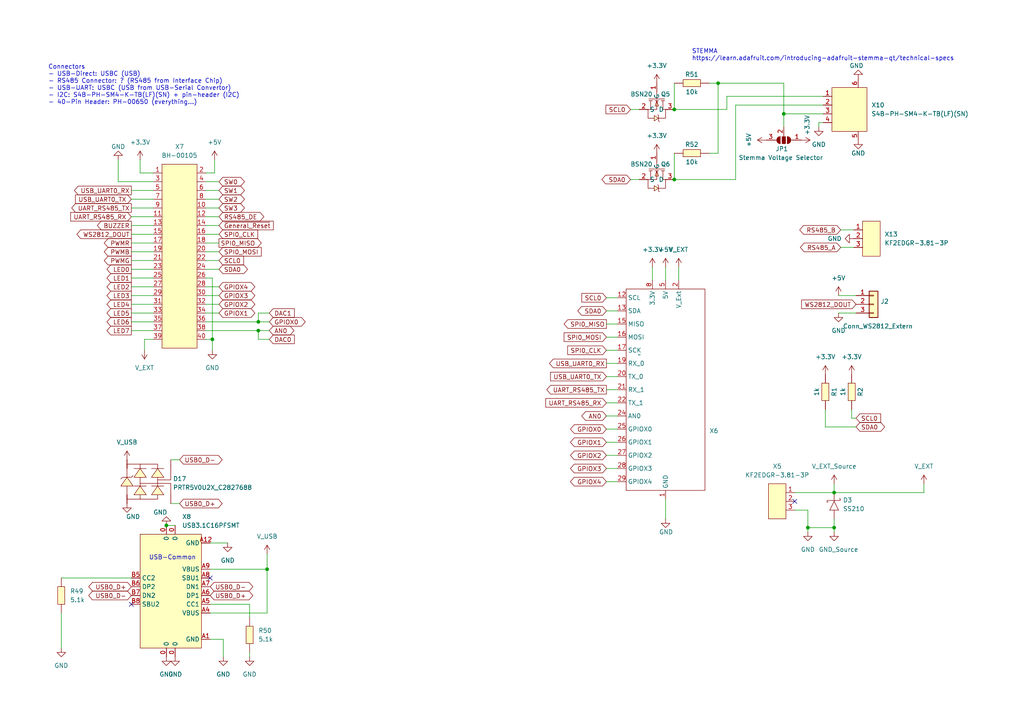
<source format=kicad_sch>
(kicad_sch (version 20230121) (generator eeschema)
  (paper "A4")
  (title_block (title "EduboardV2 Baseboard") (date "2022-06-05") (rev "1") (company "Juventus Technikerschule"))
  (lib_symbols
    (symbol "0402WGF100JTCE_10" (pin_numbers hide) (pin_names hide)
      (property "Reference" "R?" (at 0 5.08 0))
      (property "Value" "0402WGF100JTCE_10" (at 0 -5.08 0))
      (symbol "0402WGF100JTCE_10_0_1"
        (rectangle (start -2.54 1.02) (end 2.54 -1.02) (fill (type background)))
        (pin passive line (at -5.08 0 0) (length 2.54) (name "1") (number "1"))
        (pin passive line (at 5.08 0 180) (length 2.54) (name "2") (number "2"))
      )
    )
    (symbol "0402WGF5101TCE_1" (pin_numbers hide) (pin_names hide)
      (property "Reference" "R?" (at 0 5.08 0))
      (property "Value" "0402WGF5101TCE_1" (at 0 -5.08 0))
      (symbol "0402WGF5101TCE_1_0_1"
        (rectangle (start -2.54 1.02) (end 2.54 -1.02) (fill (type background)))
        (pin passive line (at -5.08 0 0) (length 2.54) (name "1") (number "1"))
        (pin passive line (at 5.08 0 180) (length 2.54) (name "2") (number "2"))
      )
    )
    (symbol "Connector_Generic:Conn_01x03" (pin_names (offset 1.016) hide)
      (property "Reference" "J" (at 0 5.08 0))
      (property "Value" "Conn_01x03" (at 0 -5.08 0))
      (symbol "Conn_01x03_1_1"
        (rectangle (start -1.27 -2.413) (end 0 -2.667) (stroke (width 0.1524)))
        (rectangle (start -1.27 0.127) (end 0 -0.127) (stroke (width 0.1524)))
        (rectangle (start -1.27 2.667) (end 0 2.413) (stroke (width 0.1524)))
        (rectangle (start -1.27 3.81) (end 1.27 -3.81) (stroke (width 0.254)) (fill (type background)))
        (pin passive line (at -5.08 2.54 0) (length 3.81) (name "Pin_1") (number "1"))
        (pin passive line (at -5.08 0 0) (length 3.81) (name "Pin_2") (number "2"))
        (pin passive line (at -5.08 -2.54 0) (length 3.81) (name "Pin_3") (number "3"))
      )
    )
    (symbol "EduboardV2_kicadlib:BSN20"
      (property "Reference" "Q?" (at 0 10.16 0))
      (property "Value" "BSN20" (at 0 -10.16 0))
      (symbol "BSN20_0_1"
        (polyline (pts (xy -2.54 0) (xy -0.508 0)))
        (polyline (pts (xy -0.508 2.286) (xy -0.508 -2.286)))
        (polyline (pts (xy 0 -2.286) (xy 0 -1.27)))
        (polyline (pts (xy 0 -0.508) (xy 0 0.508)))
        (polyline (pts (xy 0 2.286) (xy 0 1.27)))
        (polyline (pts (xy 2.54 -1.778) (xy 0 -1.778)))
        (polyline (pts (xy 0 0) (xy 1.524 0.508) (xy 1.524 -0.508) (xy 0 0)) (fill (type background)))
        (polyline (pts (xy 4.064 0.254) (xy 4.318 0.508) (xy 5.842 0.508) (xy 6.096 0.762)))
        (polyline (pts (xy 5.08 0.508) (xy 5.842 -0.762) (xy 4.318 -0.762) (xy 5.08 0.508)) (fill (type background)))
        (polyline (pts (xy 0 0) (xy 2.54 0) (xy 2.54 -2.54) (xy 5.08 -2.54) (xy 5.08 -0.762)))
        (polyline (pts (xy 0 1.778) (xy 2.54 1.778) (xy 2.54 2.54) (xy 5.08 2.54) (xy 5.08 0.508)))
        (pin unspecified line (at -5.08 0 0) (length 2.54) (name "G") (number "1"))
        (pin unspecified line (at 2.54 -5.08 90) (length 2.54) (name "S") (number "2"))
        (pin unspecified line (at 2.54 5.08 270) (length 2.54) (name "D") (number "3"))
      )
    )
    (symbol "EduboardV2_kicadlib:protoboard_patch"
      (property "Reference" "X" (at -2.54 20.32 0))
      (symbol "protoboard_patch_0_1"
        (rectangle (start -3.81 19.05) (end 19.05 -39.37))
      )
      (symbol "protoboard_patch_1_1"
        (pin power_in line (at 7.62 -41.91 90) (length 2.54) (name "GND") (number "1"))
        (pin power_in line (at 7.62 -41.91 90) (length 2.54) hide (name "GND") (number "10"))
        (pin power_in line (at 7.62 -41.91 90) (length 2.54) hide (name "GND") (number "11"))
        (pin input line (at -6.35 16.51 0) (length 2.54) (name "SCL") (number "12"))
        (pin input line (at -6.35 12.7 0) (length 2.54) (name "SDA") (number "13"))
        (pin power_in line (at 7.62 -41.91 90) (length 2.54) hide (name "GND") (number "14"))
        (pin input line (at -6.35 8.89 0) (length 2.54) (name "MISO") (number "15"))
        (pin input line (at -6.35 5.08 0) (length 2.54) (name "MOSI") (number "16"))
        (pin input line (at -6.35 1.27 0) (length 2.54) (name "SCK") (number "17"))
        (pin power_in line (at 7.62 -41.91 90) (length 2.54) hide (name "GND") (number "18"))
        (pin input line (at -6.35 -2.54 0) (length 2.54) (name "RX_0") (number "19"))
        (pin power_in line (at 11.43 21.59 270) (length 2.54) (name "V_Ext") (number "2"))
        (pin input line (at -6.35 -6.35 0) (length 2.54) (name "TX_0") (number "20"))
        (pin input line (at -6.35 -10.16 0) (length 2.54) (name "RX_1") (number "21"))
        (pin input line (at -6.35 -13.97 0) (length 2.54) (name "TX_1") (number "22"))
        (pin power_in line (at 7.62 -41.91 90) (length 2.54) hide (name "GND") (number "23"))
        (pin input line (at -6.35 -17.78 0) (length 2.54) (name "AN0") (number "24"))
        (pin input line (at -6.35 -21.59 0) (length 2.54) (name "GPIOX0") (number "25"))
        (pin input line (at -6.35 -25.4 0) (length 2.54) (name "GPIOX1") (number "26"))
        (pin input line (at -6.35 -29.21 0) (length 2.54) (name "GPIOX2") (number "27"))
        (pin input line (at -6.35 -33.02 0) (length 2.54) (name "GPIOX3") (number "28"))
        (pin input line (at -6.35 -36.83 0) (length 2.54) (name "GPIOX4") (number "29"))
        (pin power_in line (at 11.43 21.59 270) (length 2.54) hide (name "V_Ext") (number "3"))
        (pin power_in line (at 7.62 -41.91 90) (length 2.54) hide (name "GND") (number "30"))
        (pin power_in line (at 7.62 -41.91 90) (length 2.54) hide (name "GND") (number "31"))
        (pin power_in line (at 3.81 21.59 270) (length 2.54) hide (name "3.3V") (number "32"))
        (pin power_in line (at 3.81 21.59 270) (length 2.54) hide (name "3.3V") (number "33"))
        (pin power_in line (at 7.62 -41.91 90) (length 2.54) hide (name "GND") (number "34"))
        (pin power_in line (at 7.62 21.59 270) (length 2.54) hide (name "5V") (number "35"))
        (pin power_in line (at 7.62 21.59 270) (length 2.54) hide (name "5V") (number "36"))
        (pin power_in line (at 7.62 -41.91 90) (length 2.54) hide (name "GND") (number "37"))
        (pin power_in line (at 11.43 21.59 270) (length 2.54) hide (name "V_Ext") (number "38"))
        (pin power_in line (at 11.43 21.59 270) (length 2.54) hide (name "V_Ext") (number "39"))
        (pin power_in line (at 7.62 -41.91 90) (length 2.54) hide (name "GND") (number "4"))
        (pin power_in line (at 7.62 -41.91 90) (length 2.54) hide (name "GND") (number "40"))
        (pin power_in line (at 7.62 -41.91 90) (length 2.54) hide (name "GND") (number "41"))
        (pin power_in line (at 7.62 -41.91 90) (length 2.54) hide (name "GND") (number "42"))
        (pin power_in line (at 7.62 -41.91 90) (length 2.54) hide (name "GND") (number "43"))
        (pin power_in line (at 7.62 -41.91 90) (length 2.54) hide (name "GND") (number "44"))
        (pin power_in line (at 7.62 -41.91 90) (length 2.54) hide (name "GND") (number "45"))
        (pin power_in line (at 7.62 -41.91 90) (length 2.54) hide (name "GND") (number "46"))
        (pin power_in line (at 7.62 21.59 270) (length 2.54) (name "5V") (number "5"))
        (pin power_in line (at 7.62 21.59 270) (length 2.54) hide (name "5V") (number "6"))
        (pin power_in line (at 7.62 -41.91 90) (length 2.54) hide (name "GND") (number "7"))
        (pin power_in line (at 3.81 21.59 270) (length 2.54) (name "3.3V") (number "8"))
        (pin power_in line (at 3.81 21.59 270) (length 2.54) hide (name "3.3V") (number "9"))
      )
    )
    (symbol "Jumper:SolderJumper_3_Open" (pin_names (offset 0) hide)
      (property "Reference" "JP" (at -2.54 -2.54 0))
      (property "Value" "SolderJumper_3_Open" (at 0 2.794 0))
      (symbol "SolderJumper_3_Open_0_1"
        (arc (start -1.016 1.016) (mid -2.0276 0) (end -1.016 -1.016))
        (arc (start -1.016 1.016) (mid -2.0276 0) (end -1.016 -1.016) (fill (type outline)))
        (rectangle (start -0.508 1.016) (end 0.508 -1.016) (fill (type outline)))
        (polyline (pts (xy -2.54 0) (xy -2.032 0)))
        (polyline (pts (xy -1.016 1.016) (xy -1.016 -1.016)))
        (polyline (pts (xy 0 -1.27) (xy 0 -1.016)))
        (polyline (pts (xy 1.016 1.016) (xy 1.016 -1.016)))
        (polyline (pts (xy 2.54 0) (xy 2.032 0)))
        (arc (start 1.016 -1.016) (mid 2.0276 0) (end 1.016 1.016))
        (arc (start 1.016 -1.016) (mid 2.0276 0) (end 1.016 1.016) (fill (type outline)))
      )
      (symbol "SolderJumper_3_Open_1_1"
        (pin passive line (at -5.08 0 0) (length 2.54) (name "A") (number "1"))
        (pin passive line (at 0 -3.81 90) (length 2.54) (name "C") (number "2"))
        (pin passive line (at 5.08 0 180) (length 2.54) (name "B") (number "3"))
      )
    )
    (symbol "SS210_3" (pin_numbers hide) (pin_names hide)
      (property "Reference" "D?" (at 0 5.08 0))
      (property "Value" "SS210_3" (at 0 -5.08 0))
      (symbol "SS210_3_0_1"
        (polyline (pts (xy 1.27 1.27) (xy 1.27 -1.27)))
        (polyline (pts (xy 1.27 1.27) (xy -1.27 0) (xy 1.27 -1.27)))
        (polyline (pts (xy -2.032 1.524) (xy -2.032 1.778) (xy -1.524 1.778) (xy -1.524 -2.032) (xy -1.016 -2.032) (xy -1.016 -1.778)))
        (pin passive line (at -3.81 0 0) (length 2.54) (name "K") (number "1"))
        (pin passive line (at 3.81 0 180) (length 2.54) (name "A") (number "2"))
      )
    )
    (symbol "V_EXT_1" (power) (pin_names (offset 0))
      (property "Value" "V_EXT_1" (at 0 5.08 0))
      (symbol "V_EXT_1_0_1"
        (polyline (pts (xy -0.762 1.27) (xy 0 2.54)))
        (polyline (pts (xy 0 0) (xy 0 2.54)))
        (polyline (pts (xy 0 2.54) (xy 0.762 1.27)))
      )
      (symbol "V_EXT_1_1_1"
        (pin power_in line (at 0 0 90) (length 0) hide (name "V_EXT") (number "1"))
      )
    )
    (symbol "eduboardv2:+3.3V" (power) (pin_names (offset 0))
      (property "Value" "+3.3V" (at 0 5.08 0))
      (symbol "+3.3V_0_1"
        (polyline (pts (xy -0.762 1.27) (xy 0 2.54)))
        (polyline (pts (xy 0 0) (xy 0 2.54)))
        (polyline (pts (xy 0 2.54) (xy 0.762 1.27)))
      )
      (symbol "+3.3V_1_1"
        (pin power_in line (at 0 0 90) (length 0) hide (name "+3.3V") (number "1"))
      )
    )
    (symbol "eduboardv2:+5V" (power) (pin_names (offset 0))
      (property "Value" "+5V" (at 0 5.08 0))
      (symbol "+5V_0_1"
        (polyline (pts (xy -0.762 1.27) (xy 0 2.54)))
        (polyline (pts (xy 0 0) (xy 0 2.54)))
        (polyline (pts (xy 0 2.54) (xy 0.762 1.27)))
      )
      (symbol "+5V_1_1"
        (pin power_in line (at 0 0 90) (length 0) hide (name "+5V") (number "1"))
      )
    )
    (symbol "eduboardv2:0402WGF5101TCE" (pin_numbers hide) (pin_names hide)
      (property "Reference" "R?" (at 0 5.08 0))
      (property "Value" "0402WGF5101TCE" (at 0 -5.08 0))
      (symbol "0402WGF5101TCE_0_1"
        (rectangle (start -2.54 1.02) (end 2.54 -1.02) (fill (type background)))
        (pin passive line (at -5.08 0 0) (length 2.54) (name "1") (number "1"))
        (pin passive line (at 5.08 0 180) (length 2.54) (name "2") (number "2"))
      )
    )
    (symbol "eduboardv2:BH-00105" (pin_names hide)
      (property "Reference" "X?" (at 0 25.4 0))
      (property "Value" "BH-00105" (at 0 -33.02 0))
      (symbol "BH-00105_0_1"
        (rectangle (start -5.08 22.86) (end 5.08 -30.48) (fill (type background)))
        (pin passive line (at -7.62 20.32 0) (length 2.54) (name "1") (number "1"))
        (pin passive line (at 7.62 10.16 180) (length 2.54) (name "10") (number "10"))
        (pin passive line (at -7.62 7.62 0) (length 2.54) (name "11") (number "11"))
        (pin passive line (at 7.62 7.62 180) (length 2.54) (name "12") (number "12"))
        (pin passive line (at -7.62 5.08 0) (length 2.54) (name "13") (number "13"))
        (pin passive line (at 7.62 5.08 180) (length 2.54) (name "14") (number "14"))
        (pin passive line (at -7.62 2.54 0) (length 2.54) (name "15") (number "15"))
        (pin passive line (at 7.62 2.54 180) (length 2.54) (name "16") (number "16"))
        (pin passive line (at -7.62 0 0) (length 2.54) (name "17") (number "17"))
        (pin passive line (at 7.62 0 180) (length 2.54) (name "18") (number "18"))
        (pin passive line (at -7.62 -2.54 0) (length 2.54) (name "19") (number "19"))
        (pin passive line (at 7.62 20.32 180) (length 2.54) (name "2") (number "2"))
        (pin passive line (at 7.62 -2.54 180) (length 2.54) (name "20") (number "20"))
        (pin passive line (at -7.62 -5.08 0) (length 2.54) (name "21") (number "21"))
        (pin passive line (at 7.62 -5.08 180) (length 2.54) (name "22") (number "22"))
        (pin passive line (at -7.62 -7.62 0) (length 2.54) (name "23") (number "23"))
        (pin passive line (at 7.62 -7.62 180) (length 2.54) (name "24") (number "24"))
        (pin passive line (at -7.62 -10.16 0) (length 2.54) (name "25") (number "25"))
        (pin passive line (at 7.62 -10.16 180) (length 2.54) (name "26") (number "26"))
        (pin passive line (at -7.62 -12.7 0) (length 2.54) (name "27") (number "27"))
        (pin passive line (at 7.62 -12.7 180) (length 2.54) (name "28") (number "28"))
        (pin passive line (at -7.62 -15.24 0) (length 2.54) (name "29") (number "29"))
        (pin passive line (at -7.62 17.78 0) (length 2.54) (name "3") (number "3"))
        (pin passive line (at 7.62 -15.24 180) (length 2.54) (name "30") (number "30"))
        (pin passive line (at -7.62 -17.78 0) (length 2.54) (name "31") (number "31"))
        (pin passive line (at 7.62 -17.78 180) (length 2.54) (name "32") (number "32"))
        (pin passive line (at -7.62 -20.32 0) (length 2.54) (name "33") (number "33"))
        (pin passive line (at 7.62 -20.32 180) (length 2.54) (name "34") (number "34"))
        (pin passive line (at -7.62 -22.86 0) (length 2.54) (name "35") (number "35"))
        (pin passive line (at 7.62 -22.86 180) (length 2.54) (name "36") (number "36"))
        (pin passive line (at -7.62 -25.4 0) (length 2.54) (name "37") (number "37"))
        (pin passive line (at 7.62 -25.4 180) (length 2.54) (name "38") (number "38"))
        (pin passive line (at -7.62 -27.94 0) (length 2.54) (name "39") (number "39"))
        (pin passive line (at 7.62 17.78 180) (length 2.54) (name "4") (number "4"))
        (pin passive line (at 7.62 -27.94 180) (length 2.54) (name "40") (number "40"))
        (pin passive line (at -7.62 15.24 0) (length 2.54) (name "5") (number "5"))
        (pin passive line (at 7.62 15.24 180) (length 2.54) (name "6") (number "6"))
        (pin passive line (at -7.62 12.7 0) (length 2.54) (name "7") (number "7"))
        (pin passive line (at 7.62 12.7 180) (length 2.54) (name "8") (number "8"))
        (pin passive line (at -7.62 10.16 0) (length 2.54) (name "9") (number "9"))
      )
    )
    (symbol "eduboardv2:GND" (power) (pin_names (offset 0))
      (property "Value" "GND" (at 0 -5.08 0))
      (symbol "GND_0_1"
        (polyline (pts (xy 0 0) (xy 0 -1.27) (xy 1.27 -1.27) (xy 0 -2.54) (xy -1.27 -1.27) (xy 0 -1.27)))
      )
      (symbol "GND_1_1"
        (pin power_in line (at 0 0 270) (length 0) hide (name "GND") (number "1"))
      )
    )
    (symbol "eduboardv2:GND_Source" (power) (pin_names (offset 0))
      (property "Value" "GND_Source" (at 0 -5.08 0))
      (symbol "GND_Source_0_1"
        (polyline (pts (xy 0 0) (xy 0 -1.27) (xy 1.27 -1.27) (xy 0 -2.54) (xy -1.27 -1.27) (xy 0 -1.27)))
      )
      (symbol "GND_Source_1_1"
        (pin power_out line (at 0 0 270) (length 0) hide (name "GND") (number "1"))
      )
    )
    (symbol "eduboardv2:KF2EDGR-3.81-3P" (pin_names hide)
      (property "Reference" "CN?" (at 0 7.62 0))
      (property "Value" "KF2EDGR-3.81-3P" (at 0 -7.62 0))
      (symbol "KF2EDGR-3.81-3P_0_1"
        (rectangle (start -2.54 5.08) (end 2.54 -5.08) (fill (type background)))
        (pin passive line (at -5.08 2.54 0) (length 2.54) (name "1") (number "1"))
        (pin passive line (at -5.08 0 0) (length 2.54) (name "2") (number "2"))
        (pin passive line (at -5.08 -2.54 0) (length 2.54) (name "3") (number "3"))
      )
    )
    (symbol "eduboardv2:PRTR5V0U2X_C2827688" (pin_numbers hide) (pin_names hide)
      (property "Reference" "D?" (at 0 12.7 0))
      (property "Value" "PRTR5V0U2X_C2827688" (at 0 -10.16 0))
      (symbol "PRTR5V0U2X_C2827688_0_1"
        (polyline (pts (xy -1.27 0) (xy -1.27 2.54)))
        (polyline (pts (xy 0.508 0) (xy -3.048 0)))
        (polyline (pts (xy 0.508 5.08) (xy -3.048 5.08)))
        (polyline (pts (xy 3.81 0) (xy 3.81 2.54)))
        (polyline (pts (xy 5.588 0) (xy 2.032 0)))
        (polyline (pts (xy 5.588 5.08) (xy 2.032 5.08)))
        (polyline (pts (xy -1.27 -3.81) (xy 3.81 -3.81) (xy 3.81 -2.54)))
        (polyline (pts (xy -1.27 0.762) (xy 7.62 0.762) (xy 7.62 -3.81)))
        (polyline (pts (xy -1.27 6.35) (xy -5.08 6.35) (xy -5.08 2.54)))
        (polyline (pts (xy 3.81 1.778) (xy 7.62 1.778) (xy 7.62 6.35)))
        (polyline (pts (xy -5.08 0) (xy -5.08 -3.81) (xy -1.27 -3.81) (xy -1.27 -2.54)))
        (polyline (pts (xy -3.302 0) (xy -5.08 2.54) (xy -6.858 0) (xy -3.302 0)) (fill (type background)))
        (polyline (pts (xy -3.302 3.048) (xy -3.81 2.54) (xy -6.35 2.54) (xy -6.858 2.032)))
        (polyline (pts (xy 0.508 -2.54) (xy -1.27 0) (xy -3.048 -2.54) (xy 0.508 -2.54)) (fill (type background)))
        (polyline (pts (xy 0.508 2.54) (xy -1.27 5.08) (xy -3.048 2.54) (xy 0.508 2.54)) (fill (type background)))
        (polyline (pts (xy 3.81 5.08) (xy 3.81 6.35) (xy -1.27 6.35) (xy -1.27 5.08)))
        (polyline (pts (xy 5.588 -2.54) (xy 3.81 0) (xy 2.032 -2.54) (xy 5.588 -2.54)) (fill (type background)))
        (polyline (pts (xy 5.588 2.54) (xy 3.81 5.08) (xy 2.032 2.54) (xy 5.588 2.54)) (fill (type background)))
        (pin passive line (at -5.08 -5.08 90) (length 2.54) (name "1") (number "1"))
        (pin passive line (at 7.62 -5.08 90) (length 2.54) (name "2") (number "2"))
        (pin passive line (at 7.62 7.62 270) (length 2.54) (name "3") (number "3"))
        (pin passive line (at -5.08 7.62 270) (length 2.54) (name "4") (number "4"))
      )
    )
    (symbol "eduboardv2:S4B-PH-SM4-K-TB(LF)(SN)" (pin_names hide)
      (property "Reference" "U?" (at 0 12.7 0))
      (property "Value" "S4B-PH-SM4-K-TB(LF)(SN)" (at 0 -15.24 0))
      (symbol "S4B-PH-SM4-K-TB(LF)(SN)_0_1"
        (rectangle (start -2.54 5.08) (end 7.62 -7.62) (fill (type background)))
        (pin passive line (at -5.08 2.54 0) (length 2.54) (name "1") (number "1"))
        (pin passive line (at -5.08 0 0) (length 2.54) (name "2") (number "2"))
        (pin passive line (at -5.08 -2.54 0) (length 2.54) (name "3") (number "3"))
        (pin passive line (at -5.08 -5.08 0) (length 2.54) (name "4") (number "4"))
        (pin passive line (at 5.08 -10.16 90) (length 2.54) (name "5") (number "5"))
        (pin passive line (at 5.08 7.62 270) (length 2.54) (name "6") (number "6"))
      )
    )
    (symbol "eduboardv2:USB3.1C16PFSMT"
      (property "Reference" "USBC?" (at 0 24.13 0))
      (property "Value" "USB3.1C16PFSMT" (at 0 -24.13 0))
      (symbol "USB3.1C16PFSMT_0_1"
        (rectangle (start -8.89 16.51) (end 8.89 -16.51) (fill (type background)))
        (pin passive line (at -1.27 -19.05 90) (length 2.54) (name "0") (number "0"))
        (pin passive line (at -1.27 19.05 270) (length 2.54) (name "0") (number "0"))
        (pin passive line (at 1.27 -19.05 90) (length 2.54) (name "0") (number "0"))
        (pin passive line (at 1.27 19.05 270) (length 2.54) (name "0") (number "0"))
        (pin passive line (at 11.43 -13.97 180) (length 2.54) (name "GND") (number "A1"))
        (pin passive line (at 11.43 13.97 180) (length 2.54) (name "GND") (number "A12"))
        (pin passive line (at 11.43 -6.35 180) (length 2.54) (name "VBUS") (number "A4"))
        (pin passive line (at 11.43 -3.81 180) (length 2.54) (name "CC1") (number "A5"))
        (pin passive line (at 11.43 -1.27 180) (length 2.54) (name "DP1") (number "A6"))
        (pin passive line (at 11.43 1.27 180) (length 2.54) (name "DN1") (number "A7"))
        (pin passive line (at 11.43 3.81 180) (length 2.54) (name "SBU1") (number "A8"))
        (pin passive line (at 11.43 6.35 180) (length 2.54) (name "VBUS") (number "A9"))
        (pin passive line (at -11.43 3.81 0) (length 2.54) (name "CC2") (number "B5"))
        (pin passive line (at -11.43 1.27 0) (length 2.54) (name "DP2") (number "B6"))
        (pin passive line (at -11.43 -1.27 0) (length 2.54) (name "DN2") (number "B7"))
        (pin passive line (at -11.43 -3.81 0) (length 2.54) (name "SBU2") (number "B8"))
      )
    )
    (symbol "eduboardv2:V_EXT_Source" (power) (pin_names (offset 0))
      (property "Value" "V_EXT_Source" (at 0 5.08 0))
      (symbol "V_EXT_Source_0_1"
        (polyline (pts (xy -0.762 1.27) (xy 0 2.54)))
        (polyline (pts (xy 0 0) (xy 0 2.54)))
        (polyline (pts (xy 0 2.54) (xy 0.762 1.27)))
      )
      (symbol "V_EXT_Source_1_1"
        (pin power_out line (at 0 0 90) (length 0) hide (name "V_EXT") (number "1"))
      )
    )
    (symbol "eduboardv2:V_USB" (power) (pin_names (offset 0))
      (property "Value" "V_USB" (at 0 5.08 0))
      (symbol "V_USB_0_1"
        (polyline (pts (xy -0.762 1.27) (xy 0 2.54)))
        (polyline (pts (xy 0 0) (xy 0 2.54)))
        (polyline (pts (xy 0 2.54) (xy 0.762 1.27)))
      )
      (symbol "V_USB_1_1"
        (pin power_in line (at 0 0 90) (length 0) hide (name "V_USB") (number "1"))
      )
    )
  )
  (junction (at 241.935 142.875))
  (junction (at 74.93 93.345))
  (junction (at 77.47 165.1))
  (junction (at 195.58 31.75))
  (junction (at 227.33 33.02))
  (junction (at 48.26 152.4))
  (junction (at 234.315 153.035))
  (junction (at 74.93 95.885))
  (junction (at 61.595 98.425))
  (junction (at 241.935 153.035))
  (junction (at 195.58 52.07))
  (junction (at 208.28 24.13))
  (no_connect (at 38.1 175.26))
  (no_connect (at 230.505 145.415))
  (no_connect (at 60.96 167.64))
  (wire (pts (xy 77.47 160.655) (xy 77.47 165.1)))
  (wire (pts (xy 267.97 140.335) (xy 267.97 142.875)))
  (wire (pts (xy 59.69 60.325) (xy 63.5 60.325)))
  (wire (pts (xy 60.96 165.1) (xy 77.47 165.1)))
  (wire (pts (xy 175.895 86.36) (xy 179.07 86.36)))
  (wire (pts (xy 247.015 121.285) (xy 248.285 121.285)))
  (wire (pts (xy 227.33 24.13) (xy 208.28 24.13)))
  (wire (pts (xy 59.69 83.185) (xy 63.5 83.185)))
  (wire (pts (xy 234.315 147.955) (xy 234.315 153.035)))
  (wire (pts (xy 208.28 24.13) (xy 205.74 24.13)))
  (wire (pts (xy 60.96 185.42) (xy 64.77 185.42)))
  (wire (pts (xy 227.33 36.83) (xy 227.33 33.02)))
  (wire (pts (xy 38.1 62.865) (xy 44.45 62.865)))
  (wire (pts (xy 59.69 98.425) (xy 61.595 98.425)))
  (wire (pts (xy 38.1 75.565) (xy 44.45 75.565)))
  (wire (pts (xy 40.64 50.165) (xy 44.45 50.165)))
  (wire (pts (xy 77.47 165.1) (xy 77.47 177.8)))
  (wire (pts (xy 78.105 98.425) (xy 74.93 98.425)))
  (wire (pts (xy 175.895 132.08) (xy 179.07 132.08)))
  (wire (pts (xy 210.82 27.94) (xy 210.82 31.75)))
  (wire (pts (xy 238.76 30.48) (xy 213.36 30.48)))
  (wire (pts (xy 238.76 27.94) (xy 210.82 27.94)))
  (wire (pts (xy 41.91 101.6) (xy 41.91 98.425)))
  (wire (pts (xy 247.65 71.755) (xy 243.84 71.755)))
  (wire (pts (xy 41.91 98.425) (xy 44.45 98.425)))
  (wire (pts (xy 175.895 97.79) (xy 179.07 97.79)))
  (wire (pts (xy 59.69 75.565) (xy 63.5 75.565)))
  (wire (pts (xy 175.895 128.27) (xy 179.07 128.27)))
  (wire (pts (xy 195.58 44.45) (xy 195.58 52.07)))
  (wire (pts (xy 208.28 44.45) (xy 205.74 44.45)))
  (wire (pts (xy 38.1 55.245) (xy 44.45 55.245)))
  (wire (pts (xy 193.04 77.47) (xy 193.04 81.28)))
  (wire (pts (xy 175.895 120.65) (xy 179.07 120.65)))
  (wire (pts (xy 77.47 177.8) (xy 60.96 177.8)))
  (wire (pts (xy 241.935 153.035) (xy 241.935 154.305)))
  (wire (pts (xy 227.33 33.02) (xy 238.76 33.02)))
  (wire (pts (xy 59.69 73.025) (xy 63.5 73.025)))
  (wire (pts (xy 74.93 93.345) (xy 78.105 93.345)))
  (wire (pts (xy 38.1 88.265) (xy 44.45 88.265)))
  (wire (pts (xy 17.78 167.64) (xy 38.1 167.64)))
  (wire (pts (xy 34.29 46.355) (xy 34.29 52.705)))
  (wire (pts (xy 74.93 98.425) (xy 74.93 95.885)))
  (wire (pts (xy 175.895 124.46) (xy 179.07 124.46)))
  (wire (pts (xy 239.395 118.745) (xy 239.395 123.825)))
  (wire (pts (xy 213.36 52.07) (xy 195.58 52.07)))
  (wire (pts (xy 38.1 70.485) (xy 44.45 70.485)))
  (wire (pts (xy 62.23 46.355) (xy 62.23 50.165)))
  (wire (pts (xy 59.69 55.245) (xy 63.5 55.245)))
  (wire (pts (xy 74.93 95.885) (xy 78.105 95.885)))
  (wire (pts (xy 59.69 52.705) (xy 63.5 52.705)))
  (wire (pts (xy 175.895 139.7) (xy 179.07 139.7)))
  (wire (pts (xy 38.1 67.945) (xy 44.45 67.945)))
  (wire (pts (xy 175.895 113.03) (xy 179.07 113.03)))
  (wire (pts (xy 60.96 175.26) (xy 72.39 175.26)))
  (wire (pts (xy 61.595 101.6) (xy 61.595 98.425)))
  (wire (pts (xy 175.895 101.6) (xy 179.07 101.6)))
  (wire (pts (xy 175.895 116.84) (xy 179.07 116.84)))
  (wire (pts (xy 72.39 175.26) (xy 72.39 179.07)))
  (wire (pts (xy 59.69 88.265) (xy 63.5 88.265)))
  (wire (pts (xy 38.1 60.325) (xy 44.45 60.325)))
  (wire (pts (xy 38.1 93.345) (xy 44.45 93.345)))
  (wire (pts (xy 234.315 153.035) (xy 234.315 154.305)))
  (wire (pts (xy 59.69 95.885) (xy 74.93 95.885)))
  (wire (pts (xy 210.82 31.75) (xy 195.58 31.75)))
  (wire (pts (xy 189.23 77.47) (xy 189.23 81.28)))
  (wire (pts (xy 237.49 35.56) (xy 238.76 35.56)))
  (wire (pts (xy 208.28 24.13) (xy 208.28 44.45)))
  (wire (pts (xy 74.93 90.805) (xy 74.93 93.345)))
  (wire (pts (xy 59.69 78.105) (xy 63.5 78.105)))
  (wire (pts (xy 59.69 80.645) (xy 61.595 80.645)))
  (wire (pts (xy 230.505 142.875) (xy 241.935 142.875)))
  (wire (pts (xy 49.53 133.35) (xy 52.07 133.35)))
  (wire (pts (xy 40.64 46.355) (xy 40.64 50.165)))
  (wire (pts (xy 195.58 24.13) (xy 195.58 31.75)))
  (wire (pts (xy 175.895 93.98) (xy 179.07 93.98)))
  (wire (pts (xy 48.26 152.4) (xy 50.8 152.4)))
  (wire (pts (xy 38.1 78.105) (xy 44.45 78.105)))
  (wire (pts (xy 64.77 185.42) (xy 64.77 190.5)))
  (wire (pts (xy 243.205 85.725) (xy 248.285 85.725)))
  (wire (pts (xy 59.69 67.945) (xy 63.5 67.945)))
  (wire (pts (xy 241.935 140.335) (xy 241.935 142.875)))
  (wire (pts (xy 213.36 30.48) (xy 213.36 52.07)))
  (wire (pts (xy 243.205 90.805) (xy 248.285 90.805)))
  (wire (pts (xy 34.29 52.705) (xy 44.45 52.705)))
  (wire (pts (xy 78.105 90.805) (xy 74.93 90.805)))
  (wire (pts (xy 175.895 109.22) (xy 179.07 109.22)))
  (wire (pts (xy 175.895 135.89) (xy 179.07 135.89)))
  (wire (pts (xy 182.88 31.75) (xy 185.42 31.75)))
  (wire (pts (xy 62.23 50.165) (xy 59.69 50.165)))
  (wire (pts (xy 59.69 62.865) (xy 63.5 62.865)))
  (wire (pts (xy 175.895 105.41) (xy 179.07 105.41)))
  (wire (pts (xy 49.53 146.05) (xy 52.07 146.05)))
  (wire (pts (xy 227.33 33.02) (xy 227.33 24.13)))
  (wire (pts (xy 59.69 90.805) (xy 63.5 90.805)))
  (wire (pts (xy 59.69 85.725) (xy 63.5 85.725)))
  (wire (pts (xy 59.69 93.345) (xy 74.93 93.345)))
  (wire (pts (xy 182.88 52.07) (xy 185.42 52.07)))
  (wire (pts (xy 239.395 123.825) (xy 248.285 123.825)))
  (wire (pts (xy 38.1 83.185) (xy 44.45 83.185)))
  (wire (pts (xy 241.935 153.035) (xy 234.315 153.035)))
  (wire (pts (xy 38.1 85.725) (xy 44.45 85.725)))
  (wire (pts (xy 38.1 95.885) (xy 44.45 95.885)))
  (wire (pts (xy 247.65 66.675) (xy 243.84 66.675)))
  (wire (pts (xy 72.39 189.23) (xy 72.39 190.5)))
  (wire (pts (xy 241.935 142.875) (xy 267.97 142.875)))
  (wire (pts (xy 61.595 80.645) (xy 61.595 98.425)))
  (wire (pts (xy 17.78 177.8) (xy 17.78 187.96)))
  (wire (pts (xy 241.935 150.495) (xy 241.935 153.035)))
  (wire (pts (xy 237.49 36.83) (xy 237.49 35.56)))
  (wire (pts (xy 230.505 147.955) (xy 234.315 147.955)))
  (wire (pts (xy 38.1 90.805) (xy 44.45 90.805)))
  (wire (pts (xy 247.015 118.745) (xy 247.015 121.285)))
  (wire (pts (xy 38.1 65.405) (xy 44.45 65.405)))
  (wire (pts (xy 59.69 65.405) (xy 63.5 65.405)))
  (wire (pts (xy 38.1 57.785) (xy 44.45 57.785)))
  (wire (pts (xy 38.1 80.645) (xy 44.45 80.645)))
  (wire (pts (xy 38.1 73.025) (xy 44.45 73.025)))
  (wire (pts (xy 59.69 70.485) (xy 63.5 70.485)))
  (wire (pts (xy 59.69 57.785) (xy 63.5 57.785)))
  (wire (pts (xy 60.96 157.48) (xy 66.04 157.48)))
  (wire (pts (xy 193.04 144.78) (xy 193.04 150.495)))
  (wire (pts (xy 196.85 77.47) (xy 196.85 81.28)))
  (wire (pts (xy 175.895 90.17) (xy 179.07 90.17)))
  (text "STEMMA \nhttps://learn.adafruit.com/introducing-adafruit-stemma-qt/technical-specs" (at 200.66 17.78 0) (effects (font (size 1.27 1.27)) (justify left bottom)))
  (text "USB-Common" (at 43.18 162.56 0) (effects (font (size 1.27 1.27)) (justify left bottom)))
  (text "Connectors\n- USB-Direct: USBC (USB)\n- RS485 Connector: ? (RS485 from Interface Chip)\n- USB-UART: USBC (USB from USB-Serial Convertor)\n- I2C: S4B-PH-SM4-K-TB(LF)(SN) + pin-header (I2C)\n- 40-Pin Header: PH-00650 (everything...)\n" (at 13.97 30.48 0) (effects (font (size 1.27 1.27)) (justify left bottom)))
  (global_label "SW0" (shape bidirectional) (at 63.5 52.705 0) (property "Intersheetrefs" "${INTERSHEET_REFS}" (effects hide)))
  (global_label "RS485_A" (shape bidirectional) (at 243.84 71.755 180) (property "Intersheetrefs" "${INTERSHEET_REFS}" (effects hide)))
  (global_label "USB_UART0_TX" (shape input) (at 38.1 57.785 180) (property "Intersheetrefs" "${INTERSHEET_REFS}" (effects hide)))
  (global_label "LED2" (shape output) (at 38.1 83.185 180) (property "Intersheetrefs" "${INTERSHEET_REFS}" (effects hide)))
  (global_label "SPI0_CLK" (shape input) (at 63.5 67.945 0) (property "Intersheetrefs" "${INTERSHEET_REFS}" (effects hide)))
  (global_label "SPI0_CLK" (shape input) (at 175.895 101.6 180) (property "Intersheetrefs" "${INTERSHEET_REFS}" (effects hide)))
  (global_label "USB_UART0_RX" (shape output) (at 38.1 55.245 180) (property "Intersheetrefs" "${INTERSHEET_REFS}" (effects hide)))
  (global_label "SPI0_MOSI" (shape input) (at 175.895 97.79 180) (property "Intersheetrefs" "${INTERSHEET_REFS}" (effects hide)))
  (global_label "BUZZER" (shape output) (at 38.1 65.405 180) (property "Intersheetrefs" "${INTERSHEET_REFS}" (effects hide)))
  (global_label "UART_RS485_TX" (shape output) (at 175.895 113.03 180) (property "Intersheetrefs" "${INTERSHEET_REFS}" (effects hide)))
  (global_label "SW1" (shape bidirectional) (at 63.5 55.245 0) (property "Intersheetrefs" "${INTERSHEET_REFS}" (effects hide)))
  (global_label "PWMB" (shape output) (at 38.1 73.025 180) (property "Intersheetrefs" "${INTERSHEET_REFS}" (effects hide)))
  (global_label "GPIOX0" (shape bidirectional) (at 175.895 124.46 180) (property "Intersheetrefs" "${INTERSHEET_REFS}" (effects hide)))
  (global_label "GPIOX0" (shape bidirectional) (at 78.105 93.345 0) (property "Intersheetrefs" "${INTERSHEET_REFS}" (effects hide)))
  (global_label "GPIOX3" (shape bidirectional) (at 175.895 135.89 180) (property "Intersheetrefs" "${INTERSHEET_REFS}" (effects hide)))
  (global_label "GPIOX1" (shape bidirectional) (at 63.5 90.805 0) (property "Intersheetrefs" "${INTERSHEET_REFS}" (effects hide)))
  (global_label "USB0_D+" (shape bidirectional) (at 38.1 170.18 180) (property "Intersheetrefs" "${INTERSHEET_REFS}" (effects hide)))
  (global_label "GPIOX4" (shape bidirectional) (at 63.5 83.185 0) (property "Intersheetrefs" "${INTERSHEET_REFS}" (effects hide)))
  (global_label "USB_UART0_RX" (shape output) (at 175.895 105.41 180) (property "Intersheetrefs" "${INTERSHEET_REFS}" (effects hide)))
  (global_label "PWMR" (shape output) (at 38.1 70.485 180) (property "Intersheetrefs" "${INTERSHEET_REFS}" (effects hide)))
  (global_label "SPI0_MISO" (shape output) (at 63.5 70.485 0) (property "Intersheetrefs" "${INTERSHEET_REFS}" (effects hide)))
  (global_label "GPIOX3" (shape bidirectional) (at 63.5 85.725 0) (property "Intersheetrefs" "${INTERSHEET_REFS}" (effects hide)))
  (global_label "LED3" (shape output) (at 38.1 85.725 180) (property "Intersheetrefs" "${INTERSHEET_REFS}" (effects hide)))
  (global_label "SW3" (shape bidirectional) (at 63.5 60.325 0) (property "Intersheetrefs" "${INTERSHEET_REFS}" (effects hide)))
  (global_label "USB0_D-" (shape bidirectional) (at 52.07 133.35 0) (property "Intersheetrefs" "${INTERSHEET_REFS}" (effects hide)))
  (global_label "SCL0" (shape input) (at 182.88 31.75 180) (property "Intersheetrefs" "${INTERSHEET_REFS}" (effects hide)))
  (global_label "SDA0" (shape bidirectional) (at 248.285 123.825 0) (property "Intersheetrefs" "${INTERSHEET_REFS}" (effects hide)))
  (global_label "PWMG" (shape output) (at 38.1 75.565 180) (property "Intersheetrefs" "${INTERSHEET_REFS}" (effects hide)))
  (global_label "SDA0" (shape bidirectional) (at 63.5 78.105 0) (property "Intersheetrefs" "${INTERSHEET_REFS}" (effects hide)))
  (global_label "SCL0" (shape input) (at 175.895 86.36 180) (property "Intersheetrefs" "${INTERSHEET_REFS}" (effects hide)))
  (global_label "GPIOX4" (shape bidirectional) (at 175.895 139.7 180) (property "Intersheetrefs" "${INTERSHEET_REFS}" (effects hide)))
  (global_label "GPIOX2" (shape bidirectional) (at 63.5 88.265 0) (property "Intersheetrefs" "${INTERSHEET_REFS}" (effects hide)))
  (global_label "LED1" (shape output) (at 38.1 80.645 180) (property "Intersheetrefs" "${INTERSHEET_REFS}" (effects hide)))
  (global_label "RS485_B" (shape bidirectional) (at 243.84 66.675 180) (property "Intersheetrefs" "${INTERSHEET_REFS}" (effects hide)))
  (global_label "RS485_DE" (shape bidirectional) (at 63.5 62.865 0) (property "Intersheetrefs" "${INTERSHEET_REFS}" (effects hide)))
  (global_label "SW2" (shape bidirectional) (at 63.5 57.785 0) (property "Intersheetrefs" "${INTERSHEET_REFS}" (effects hide)))
  (global_label "GPIOX1" (shape bidirectional) (at 175.895 128.27 180) (property "Intersheetrefs" "${INTERSHEET_REFS}" (effects hide)))
  (global_label "SCL0" (shape input) (at 63.5 75.565 0) (property "Intersheetrefs" "${INTERSHEET_REFS}" (effects hide)))
  (global_label "UART_RS485_RX" (shape input) (at 175.895 116.84 180) (property "Intersheetrefs" "${INTERSHEET_REFS}" (effects hide)))
  (global_label "LED7" (shape output) (at 38.1 95.885 180) (property "Intersheetrefs" "${INTERSHEET_REFS}" (effects hide)))
  (global_label "USB_UART0_TX" (shape input) (at 175.895 109.22 180) (property "Intersheetrefs" "${INTERSHEET_REFS}" (effects hide)))
  (global_label "UART_RS485_RX" (shape input) (at 38.1 62.865 180) (property "Intersheetrefs" "${INTERSHEET_REFS}" (effects hide)))
  (global_label "SPI0_MOSI" (shape input) (at 63.5 73.025 0) (property "Intersheetrefs" "${INTERSHEET_REFS}" (effects hide)))
  (global_label "LED4" (shape output) (at 38.1 88.265 180) (property "Intersheetrefs" "${INTERSHEET_REFS}" (effects hide)))
  (global_label "USB0_D+" (shape bidirectional) (at 60.96 172.72 0) (property "Intersheetrefs" "${INTERSHEET_REFS}" (effects hide)))
  (global_label "WS2812_DOUT" (shape output) (at 38.1 67.945 180) (property "Intersheetrefs" "${INTERSHEET_REFS}" (effects hide)))
  (global_label "SDA0" (shape bidirectional) (at 182.88 52.07 180) (property "Intersheetrefs" "${INTERSHEET_REFS}" (effects hide)))
  (global_label "DAC1" (shape input) (at 78.105 90.805 0) (property "Intersheetrefs" "${INTERSHEET_REFS}" (effects hide)))
  (global_label "USB0_D-" (shape bidirectional) (at 60.96 170.18 0) (property "Intersheetrefs" "${INTERSHEET_REFS}" (effects hide)))
  (global_label "LED5" (shape output) (at 38.1 90.805 180) (property "Intersheetrefs" "${INTERSHEET_REFS}" (effects hide)))
  (global_label "LED0" (shape output) (at 38.1 78.105 180) (property "Intersheetrefs" "${INTERSHEET_REFS}" (effects hide)))
  (global_label "AN0" (shape bidirectional) (at 175.895 120.65 180) (property "Intersheetrefs" "${INTERSHEET_REFS}" (effects hide)))
  (global_label "SDA0" (shape bidirectional) (at 175.895 90.17 180) (property "Intersheetrefs" "${INTERSHEET_REFS}" (effects hide)))
  (global_label "LED6" (shape output) (at 38.1 93.345 180) (property "Intersheetrefs" "${INTERSHEET_REFS}" (effects hide)))
  (global_label "USB0_D-" (shape bidirectional) (at 38.1 172.72 180) (property "Intersheetrefs" "${INTERSHEET_REFS}" (effects hide)))
  (global_label "SPI0_MISO" (shape output) (at 175.895 93.98 180) (property "Intersheetrefs" "${INTERSHEET_REFS}" (effects hide)))
  (global_label "WS2812_DOUT" (shape input) (at 248.285 88.265 180) (property "Intersheetrefs" "${INTERSHEET_REFS}" (effects hide)))
  (global_label "USB0_D+" (shape bidirectional) (at 52.07 146.05 0) (property "Intersheetrefs" "${INTERSHEET_REFS}" (effects hide)))
  (global_label "DAC0" (shape input) (at 78.105 98.425 0) (property "Intersheetrefs" "${INTERSHEET_REFS}" (effects hide)))
  (global_label "SCL0" (shape input) (at 248.285 121.285 0) (property "Intersheetrefs" "${INTERSHEET_REFS}" (effects hide)))
  (global_label "AN0" (shape bidirectional) (at 78.105 95.885 0) (property "Intersheetrefs" "${INTERSHEET_REFS}" (effects hide)))
  (global_label "GPIOX2" (shape bidirectional) (at 175.895 132.08 180) (property "Intersheetrefs" "${INTERSHEET_REFS}" (effects hide)))
  (global_label "UART_RS485_TX" (shape output) (at 38.1 60.325 180) (property "Intersheetrefs" "${INTERSHEET_REFS}" (effects hide)))
  (global_label "~{General_Reset}" (shape input) (at 63.5 65.405 0) (property "Intersheetrefs" "${INTERSHEET_REFS}" (effects hide)))
  (symbol (lib_id "Jumper:SolderJumper_3_Open") (at 227.33 40.64 180) (unit 1)
    (property "Reference" "JP1" (at 228.6 43.18 0) (effects (justify left)))
    (property "Value" "Stemma Voltage Selector" (at 238.76 45.72 0) (effects (justify left)))
    (property "Footprint" "Jumper:SolderJumper-3_P1.3mm_Open_RoundedPad1.0x1.5mm" (effects hide))
  )
  (symbol (lib_id "eduboardv2:KF2EDGR-3.81-3P") (at 252.73 69.215 0) (unit 1)
    (property "Reference" "X13" (at 256.54 67.9449 0) (effects (justify left)))
    (property "Value" "KF2EDGR-3.81-3P" (at 256.54 70.4849 0) (effects (justify left)))
    (property "Footprint" "EduboardV2_kicadlib:CONN-TH_3P-P3.81_KF2EDGR-3.81-3P" (effects hide))
    (property "Datasheet" "https://lcsc.com/product-detail/Pluggable-System-Terminal-Block_Cixi-Kefa-Elec-KF2EDGR-3-81-3P_C441183.html" (effects hide))
    (property "Manufacturer" "Cixi Kefa Elec" (effects hide))
    (property "LCSC Part" "C441183" (effects hide))
    (property "JLC Part" "Extended Part" (effects hide))
    (property "MPN" "KF2EDGR-3.81-3P" (effects hide))
  )
  (symbol (lib_id "EduboardV2_kicadlib:BSN20") (at 190.5 29.21 270) (unit 1)
    (property "Reference" "Q5" (at 193.04 27.305 90))
    (property "Value" "BSN20" (at 186.055 27.305 90))
    (property "Footprint" "EduboardV2_kicadlib:SOT-23-3_L2.9-W1.6-P1.90-LS2.8-BR" (effects hide))
    (property "Datasheet" "https://lcsc.com/product-detail/MOSFET_BSN20_C116157.html" (effects hide))
    (property "Manufacturer" "SHIKUES(时科)" (effects hide))
    (property "LCSC Part" "C116157" (effects hide))
    (property "JLC Part" "Extended Part" (effects hide))
  )
  (symbol (lib_id "eduboardv2:GND") (at 66.04 157.48 0) (unit 1)
    (property "Reference" "#PWR0113" (effects hide))
    (property "Value" "GND" (at 66.04 162.56 0))
  )
  (symbol (lib_id "eduboardv2:+5V") (at 243.205 85.725 0) (unit 1)
    (property "Reference" "#PWR0132" (effects hide))
    (property "Value" "+5V" (at 243.205 80.645 0))
  )
  (symbol (lib_id "eduboardv2:0402WGF5101TCE") (at 72.39 184.15 90) (unit 1)
    (property "Reference" "R50" (at 74.93 182.8799 90) (effects (justify right)))
    (property "Value" "5.1k" (at 74.93 185.4199 90) (effects (justify right)))
    (property "Footprint" "Resistor_SMD:R_0402_1005Metric_Pad0.72x0.64mm_HandSolder" (effects hide))
    (property "Datasheet" "https://lcsc.com/product-detail/Chip-Resistor-Surface-Mount-UniOhm_5-1KR-5101-1_C25905.html" (effects hide))
    (property "Manufacturer" "UniOhm" (effects hide))
    (property "LCSC Part" "C25905" (effects hide))
    (property "JLC Part" "Basic Part" (effects hide))
    (property "MPN" "0402WGF5101TCE" (effects hide))
  )
  (symbol (lib_name "0402WGF100JTCE_10") (lib_id "eduboardv2:0402WGF100JTCE") (at 200.66 44.45 0) (mirror x) (unit 1)
    (property "Reference" "R52" (at 200.66 41.91 0))
    (property "Value" "10k" (at 200.66 46.99 0))
    (property "Footprint" "Resistor_SMD:R_0402_1005Metric_Pad0.72x0.64mm_HandSolder" (effects hide))
    (property "Datasheet" "https://lcsc.com/product-detail/Chip-Resistor-Surface-Mount-UniOhm_10R-10R0-1_C25077.html" (effects hide))
    (property "Manufacturer" "UniOhm" (effects hide))
    (property "LCSC Part" "C25744" (effects hide))
    (property "JLC Part" "Basic Part" (effects hide))
    (property "MPN" "0402WGF100JTCE" (effects hide))
  )
  (symbol (lib_id "eduboardv2:V_USB") (at 77.47 160.655 0) (unit 1)
    (property "Reference" "#PWR0114" (effects hide))
    (property "Value" "V_USB" (at 77.47 155.575 0))
  )
  (symbol (lib_name "0402WGF100JTCE_10") (lib_id "eduboardv2:0402WGF100JTCE") (at 247.015 113.665 90) (unit 1)
    (property "Reference" "R2" (at 249.555 113.665 0))
    (property "Value" "1k" (at 244.475 113.665 0))
    (property "Footprint" "Resistor_SMD:R_0402_1005Metric_Pad0.72x0.64mm_HandSolder" (effects hide))
    (property "Datasheet" "https://lcsc.com/product-detail/Chip-Resistor-Surface-Mount-UniOhm_10R-10R0-1_C25077.html" (effects hide))
    (property "Manufacturer" "UniOhm" (effects hide))
    (property "LCSC Part" "C11702" (effects hide))
    (property "JLC Part" "Basic Part" (effects hide))
    (property "MPN" "0402WGF100JTCE" (effects hide))
  )
  (symbol (lib_id "eduboardv2:GND") (at 50.8 190.5 0) (unit 1)
    (property "Reference" "#PWR0111" (effects hide))
    (property "Value" "GND" (at 50.8 195.58 0))
  )
  (symbol (lib_id "eduboardv2:GND") (at 72.39 190.5 0) (unit 1)
    (property "Reference" "#PWR0115" (effects hide))
    (property "Value" "GND" (at 72.39 195.58 0))
  )
  (symbol (lib_id "eduboardv2:GND") (at 34.29 46.355 180) (unit 1)
    (property "Reference" "#PWR097" (effects hide))
    (property "Value" "GND" (at 34.29 42.545 0))
    (instances (project "EduboardV2_Baseboard" (path "" (reference "#PWR097") (unit 1)) (path "" (reference "#PWR0153") (unit 1))))
  )
  (symbol (lib_name "SS210_3") (lib_id "eduboardv2:SS210") (at 241.935 146.685 270) (unit 1)
    (property "Reference" "D3" (at 244.475 145.0339 90) (effects (justify left)))
    (property "Value" "SS210" (at 244.475 147.5739 90) (effects (justify left)))
    (property "Footprint" "EduboardV2_kicadlib:SMA_L4.3-W2.6-LS5.2-RD" (effects hide))
    (property "Datasheet" "https://lcsc.com/product-detail/Schottky-Barrier-Diodes-SBD_SS210_C14996.html" (effects hide))
    (property "Manufacturer" "MDD" (effects hide))
    (property "LCSC Part" "C14996" (effects hide))
    (property "JLC Part" "Basic Part" (effects hide))
    (property "MPN" "SS210" (effects hide))
  )
  (symbol (lib_id "eduboardv2:GND") (at 243.205 90.805 0) (unit 1)
    (property "Reference" "#PWR0133" (effects hide))
    (property "Value" "GND" (at 243.205 95.885 0))
  )
  (symbol (lib_name "0402WGF5101TCE_1") (lib_id "eduboardv2:0402WGF5101TCE") (at 17.78 172.72 270) (unit 1)
    (property "Reference" "R49" (at 20.32 171.4499 90) (effects (justify left)))
    (property "Value" "5.1k" (at 20.32 173.9899 90) (effects (justify left)))
    (property "Footprint" "Resistor_SMD:R_0402_1005Metric_Pad0.72x0.64mm_HandSolder" (effects hide))
    (property "Datasheet" "https://lcsc.com/product-detail/Chip-Resistor-Surface-Mount-UniOhm_5-1KR-5101-1_C25905.html" (effects hide))
    (property "Manufacturer" "UniOhm" (effects hide))
    (property "LCSC Part" "C25905" (effects hide))
    (property "JLC Part" "Basic Part" (effects hide))
    (property "MPN" "0402WGF5101TCE" (effects hide))
  )
  (symbol (lib_id "eduboardv2:GND") (at 61.595 101.6 0) (unit 1)
    (property "Reference" "#PWR097" (effects hide))
    (property "Value" "GND" (at 61.595 106.68 0))
    (instances (project "EduboardV2_Baseboard" (path "" (reference "#PWR097") (unit 1)) (path "" (reference "#PWR0156") (unit 1))))
  )
  (symbol (lib_id "eduboardv2:PRTR5V0U2X_C2827688") (at 41.91 140.97 0) (unit 1)
    (property "Reference" "D17" (at 50.165 138.8653 0) (effects (justify left)))
    (property "Value" "PRTR5V0U2X_C2827688" (at 50.165 141.4022 0) (effects (justify left)))
    (property "Footprint" "EduboardV2_kicadlib:SOT-143-4_L2.9-W1.3-P1.92-LS2.4-BL" (effects hide))
    (property "Manufacturer" "TECH PUBLIC(台舟)" (effects hide))
    (property "LCSC Part" "C2827688" (effects hide))
    (property "JLC Part" "Extended Part" (effects hide))
  )
  (symbol (lib_id "eduboardv2:GND") (at 248.92 22.86 180) (unit 1)
    (property "Reference" "#PWR0129" (effects hide))
    (property "Value" "GND" (at 246.38 19.05 0) (effects (justify right)))
  )
  (symbol (lib_id "eduboardv2:GND") (at 248.92 40.64 0) (unit 1)
    (property "Reference" "#PWR0130" (effects hide))
    (property "Value" "GND" (at 248.92 44.45 0))
  )
  (symbol (lib_id "eduboardv2:GND") (at 48.26 190.5 0) (unit 1)
    (property "Reference" "#PWR0110" (effects hide))
    (property "Value" "GND" (at 48.26 195.58 0))
  )
  (symbol (lib_name "V_EXT_1") (lib_id "eduboardv2:V_EXT") (at 267.97 140.335 0) (unit 1)
    (property "Reference" "#PWR017" (effects hide))
    (property "Value" "V_EXT" (at 267.97 135.255 0))
  )
  (symbol (lib_name "0402WGF100JTCE_10") (lib_id "eduboardv2:0402WGF100JTCE") (at 200.66 24.13 0) (mirror x) (unit 1)
    (property "Reference" "R51" (at 200.66 21.59 0))
    (property "Value" "10k" (at 200.66 26.67 0))
    (property "Footprint" "Resistor_SMD:R_0402_1005Metric_Pad0.72x0.64mm_HandSolder" (effects hide))
    (property "Datasheet" "https://lcsc.com/product-detail/Chip-Resistor-Surface-Mount-UniOhm_10R-10R0-1_C25077.html" (effects hide))
    (property "Manufacturer" "UniOhm" (effects hide))
    (property "LCSC Part" "C25744" (effects hide))
    (property "JLC Part" "Basic Part" (effects hide))
    (property "MPN" "0402WGF100JTCE" (effects hide))
  )
  (symbol (lib_id "eduboardv2:+3.3V") (at 247.015 108.585 0) (unit 1)
    (property "Reference" "#PWR03" (effects hide))
    (property "Value" "+3.3V" (at 247.015 103.505 0))
  )
  (symbol (lib_name "0402WGF100JTCE_10") (lib_id "eduboardv2:0402WGF100JTCE") (at 239.395 113.665 90) (unit 1)
    (property "Reference" "R1" (at 241.935 113.665 0))
    (property "Value" "1k" (at 236.855 113.665 0))
    (property "Footprint" "Resistor_SMD:R_0402_1005Metric_Pad0.72x0.64mm_HandSolder" (effects hide))
    (property "Datasheet" "https://lcsc.com/product-detail/Chip-Resistor-Surface-Mount-UniOhm_10R-10R0-1_C25077.html" (effects hide))
    (property "Manufacturer" "UniOhm" (effects hide))
    (property "LCSC Part" "C11702" (effects hide))
    (property "JLC Part" "Basic Part" (effects hide))
    (property "MPN" "0402WGF100JTCE" (effects hide))
  )
  (symbol (lib_id "Connector_Generic:Conn_01x03") (at 253.365 88.265 0) (unit 1) (in_bom no)
    (property "Reference" "J2" (at 255.397 87.4303 0) (effects (justify left)))
    (property "Value" "Conn_WS2812_Extern" (at 244.475 94.615 0) (effects (justify left)))
    (property "Footprint" "Connector_PinHeader_2.54mm:PinHeader_1x03_P2.54mm_Vertical" (effects hide))
  )
  (symbol (lib_id "eduboardv2:GND") (at 36.83 146.05 0) (unit 1)
    (property "Reference" "#PWR0108" (effects hide))
    (property "Value" "GND" (at 40.64 149.86 0) (effects (justify right)))
  )
  (symbol (lib_id "eduboardv2:GND") (at 247.65 69.215 270) (unit 1)
    (property "Reference" "#PWR0131" (effects hide))
    (property "Value" "GND" (at 240.03 69.215 90) (effects (justify left)))
  )
  (symbol (lib_id "eduboardv2:GND") (at 17.78 187.96 0) (unit 1)
    (property "Reference" "#PWR0106" (effects hide))
    (property "Value" "GND" (at 17.78 193.04 0))
  )
  (symbol (lib_id "eduboardv2:USB3.1C16PFSMT") (at 49.53 171.45 0) (unit 1)
    (property "Reference" "X8" (at 52.8194 149.86 0) (effects (justify left)))
    (property "Value" "USB3.1C16PFSMT" (at 52.8194 152.4 0) (effects (justify left)))
    (property "Footprint" "EduboardV2_kicadlib:USB-C-SMD_TYPE-C-USB-17" (effects hide))
    (property "Datasheet" "https://lcsc.com/product-detail/USB-Type-C_USB-3-1-C-16PF-SMT-2-0Type_C167321.html" (effects hide))
    (property "Manufacturer" "LCSC" (effects hide))
    (property "LCSC Part" "C167321" (effects hide))
    (property "JLC Part" "Extended Part" (effects hide))
    (property "MPN" "USB3.1C16PFSMT" (effects hide))
  )
  (symbol (lib_id "eduboardv2:+5V") (at 62.23 46.355 0) (unit 1)
    (property "Reference" "#PWR032" (effects hide))
    (property "Value" "+5V" (at 62.23 41.275 0))
    (instances (project "EduboardV2_Baseboard" (path "" (reference "#PWR032") (unit 1)) (path "" (reference "#PWR0120") (unit 1)) (path "" (reference "#PWR0155") (unit 1))))
  )
  (symbol (lib_id "eduboardv2:+5V") (at 222.25 40.64 90) (unit 1)
    (property "Reference" "#PWR0124" (effects hide))
    (property "Value" "+5V" (at 217.17 40.64 0))
  )
  (symbol (lib_id "eduboardv2:V_USB") (at 36.83 133.35 0) (unit 1)
    (property "Reference" "#PWR0107" (effects hide))
    (property "Value" "V_USB" (at 36.83 128.27 0))
  )
  (symbol (lib_id "EduboardV2_kicadlib:protoboard_patch") (at 185.42 102.87 0) (unit 1) (in_bom no)
    (property "Reference" "X6" (at 205.74 124.968 0) (effects (justify left)))
    (property "Value" "~" (at 185.42 102.87 0))
    (property "Footprint" "EduboardV2_kicadlib:protoboard_patch" (effects hide))
  )
  (symbol (lib_name "V_EXT_1") (lib_id "eduboardv2:V_EXT") (at 41.91 101.6 180) (unit 1)
    (property "Reference" "#PWR017" (effects hide))
    (property "Value" "V_EXT" (at 41.91 106.68 0))
    (instances (project "EduboardV2_Baseboard" (path "" (reference "#PWR017") (unit 1)) (path "" (reference "#PWR0200") (unit 1))))
  )
  (symbol (lib_id "eduboardv2:BH-00105") (at 52.07 70.485 0) (unit 1)
    (property "Reference" "X7" (at 52.07 42.545 0))
    (property "Value" "BH-00105" (at 52.07 45.085 0))
    (property "Footprint" "EduboardV2_kicadlib:IDC-SMD_BH-00105" (effects hide))
    (property "Manufacturer" "Liansheng(连盛)" (effects hide))
    (property "LCSC Part" "C2685065" (effects hide))
    (property "JLC Part" "Extended Part" (effects hide))
    (property "MPN" "BH-00105" (effects hide))
  )
  (symbol (lib_id "eduboardv2:GND") (at 48.26 152.4 180) (unit 1)
    (property "Reference" "#PWR0109" (effects hide))
    (property "Value" "GND" (at 44.45 148.59 0) (effects (justify right)))
  )
  (symbol (lib_id "eduboardv2:GND") (at 234.315 154.305 0) (unit 1)
    (property "Reference" "#PWR014" (effects hide))
    (property "Value" "GND" (at 234.315 159.385 0))
  )
  (symbol (lib_id "eduboardv2:+3.3V") (at 239.395 108.585 0) (unit 1)
    (property "Reference" "#PWR01" (effects hide))
    (property "Value" "+3.3V" (at 239.395 103.505 0))
  )
  (symbol (lib_id "eduboardv2:GND") (at 237.49 36.83 0) (unit 1)
    (property "Reference" "#PWR0128" (effects hide))
    (property "Value" "GND" (at 237.49 41.91 0))
  )
  (symbol (lib_id "eduboardv2:KF2EDGR-3.81-3P") (at 225.425 145.415 0) (mirror y) (unit 1)
    (property "Reference" "X5" (at 225.425 135.255 0))
    (property "Value" "KF2EDGR-3.81-3P" (at 225.425 137.795 0))
    (property "Footprint" "EduboardV2_kicadlib:CONN-TH_3P-P3.81_KF2EDGR-3.81-3P" (effects hide))
    (property "Datasheet" "https://lcsc.com/product-detail/Pluggable-System-Terminal-Block_Cixi-Kefa-Elec-KF2EDGR-3-81-3P_C441183.html" (effects hide))
    (property "Manufacturer" "Cixi Kefa Elec" (effects hide))
    (property "LCSC Part" "C441183" (effects hide))
    (property "JLC Part" "Extended Part" (effects hide))
    (property "MPN" "KF2EDGR-3.81-3P" (effects hide))
    (instances (project "EduboardV2_Baseboard" (path "" (reference "X5") (unit 1)) (path "" (reference "X4") (unit 1))))
  )
  (symbol (lib_id "eduboardv2:+3.3V") (at 190.5 24.13 0) (mirror y) (unit 1)
    (property "Reference" "#PWR0122" (effects hide))
    (property "Value" "+3.3V" (at 190.5 19.05 0))
  )
  (symbol (lib_id "eduboardv2:V_EXT_Source") (at 241.935 140.335 0) (unit 1)
    (property "Reference" "#PWR015" (effects hide))
    (property "Value" "V_EXT_Source" (at 241.935 135.255 0))
  )
  (symbol (lib_id "eduboardv2:+3.3V") (at 40.64 46.355 0) (unit 1)
    (property "Reference" "#PWR0118" (effects hide))
    (property "Value" "+3.3V" (at 40.64 41.275 0))
    (instances (project "EduboardV2_Baseboard" (path "" (reference "#PWR0118") (unit 1)) (path "" (reference "#PWR0154") (unit 1))))
  )
  (symbol (lib_name "V_EXT_1") (lib_id "eduboardv2:V_EXT") (at 196.85 77.47 0) (unit 1)
    (property "Reference" "#PWR017" (effects hide))
    (property "Value" "V_EXT" (at 196.85 72.39 0))
    (instances (project "EduboardV2_Baseboard" (path "" (reference "#PWR017") (unit 1)) (path "" (reference "#PWR099") (unit 1))))
  )
  (symbol (lib_id "eduboardv2:GND") (at 193.04 150.495 0) (unit 1)
    (property "Reference" "#PWR098" (effects hide))
    (property "Value" "GND" (at 191.135 154.305 0) (effects (justify left)))
  )
  (symbol (lib_id "eduboardv2:GND_Source") (at 241.935 154.305 0) (unit 1)
    (property "Reference" "#PWR016" (effects hide))
    (property "Value" "GND_Source" (at 243.205 159.385 0))
  )
  (symbol (lib_id "eduboardv2:+3.3V") (at 190.5 44.45 0) (mirror y) (unit 1)
    (property "Reference" "#PWR0123" (effects hide))
    (property "Value" "+3.3V" (at 190.5 39.37 0))
  )
  (symbol (lib_id "eduboardv2:+5V") (at 193.04 77.47 0) (unit 1)
    (property "Reference" "#PWR096" (effects hide))
    (property "Value" "+5V" (at 193.04 72.39 0))
  )
  (symbol (lib_id "eduboardv2:GND") (at 64.77 190.5 0) (unit 1)
    (property "Reference" "#PWR0112" (effects hide))
    (property "Value" "GND" (at 64.77 195.58 0))
  )
  (symbol (lib_id "eduboardv2:+3.3V") (at 232.41 40.64 270) (unit 1)
    (property "Reference" "#PWR0127" (effects hide))
    (property "Value" "+3.3V" (at 234.1138 39.243 0) (effects (justify right)))
  )
  (symbol (lib_id "EduboardV2_kicadlib:BSN20") (at 190.5 49.53 270) (unit 1)
    (property "Reference" "Q6" (at 193.04 47.625 90))
    (property "Value" "BSN20" (at 186.055 47.625 90))
    (property "Footprint" "EduboardV2_kicadlib:SOT-23-3_L2.9-W1.6-P1.90-LS2.8-BR" (effects hide))
    (property "Datasheet" "https://lcsc.com/product-detail/MOSFET_BSN20_C116157.html" (effects hide))
    (property "Manufacturer" "SHIKUES(时科)" (effects hide))
    (property "LCSC Part" "C116157" (effects hide))
    (property "JLC Part" "Extended Part" (effects hide))
  )
  (symbol (lib_id "eduboardv2:+3.3V") (at 189.23 77.47 0) (unit 1)
    (property "Reference" "#PWR01" (effects hide))
    (property "Value" "+3.3V" (at 189.23 72.39 0))
    (instances (project "EduboardV2_Baseboard" (path "" (reference "#PWR01") (unit 1)) (path "" (reference "#PWR095") (unit 1))))
  )
  (symbol (lib_id "eduboardv2:S4B-PH-SM4-K-TB(LF)(SN)") (at 243.84 30.48 0) (unit 1)
    (property "Reference" "X10" (at 252.73 30.4799 0) (effects (justify left)))
    (property "Value" "S4B-PH-SM4-K-TB(LF)(SN)" (at 252.73 33.0199 0) (effects (justify left)))
    (property "Footprint" "EduboardV2_kicadlib:CONN-SMD_S4B-PH-SM4-K-TB-LF-SN" (effects hide))
    (property "Datasheet" "https://lcsc.com/product-detail/Others_JST-Sales-America_S4B-PH-SM4-K-TB-LF-SN_JST-Sales-America-S4B-PH-SM4-K-TB-LF-SN_C265332.html" (effects hide))
    (property "Manufacturer" "JST Sales America" (effects hide))
    (property "LCSC Part" "C265332" (effects hide))
    (property "JLC Part" "Extended Part" (effects hide))
    (property "MPN" "S4B-PH-SM4-K-TB(LF)(SN)" (effects hide))
  )
)
</source>
